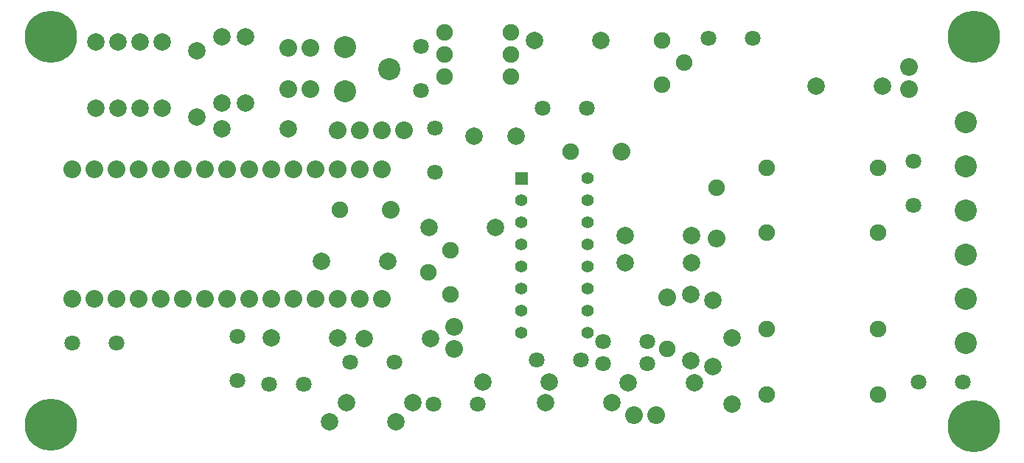
<source format=gbr>
%FSLAX34Y34*%
%MOMM*%
%LNCOPPER_TOP*%
G71*
G01*
%ADD10C, 1.90*%
%ADD11C, 2.04*%
%ADD12C, 2.54*%
%ADD13C, 2.00*%
%ADD14C, 1.80*%
%ADD15C, 2.54*%
%ADD16C, 6.00*%
%ADD17C, 1.91*%
%ADD18C, 1.40*%
%ADD19C, 2.04*%
%LPD*%
X871538Y-457588D02*
G54D10*
D03*
X871538Y-382588D02*
G54D10*
D03*
X999331Y-457588D02*
G54D10*
D03*
X999331Y-382588D02*
G54D10*
D03*
X150824Y-198401D02*
G54D11*
D03*
X176224Y-198401D02*
G54D11*
D03*
X201624Y-198401D02*
G54D11*
D03*
X74624Y-198401D02*
G54D11*
D03*
X100024Y-198401D02*
G54D11*
D03*
X125424Y-198401D02*
G54D11*
D03*
X303224Y-198401D02*
G54D11*
D03*
X328624Y-198401D02*
G54D11*
D03*
X354024Y-198401D02*
G54D11*
D03*
X227024Y-198401D02*
G54D11*
D03*
X252424Y-198401D02*
G54D11*
D03*
X277824Y-198401D02*
G54D11*
D03*
X379424Y-198401D02*
G54D11*
D03*
X404824Y-198401D02*
G54D11*
D03*
X430224Y-198401D02*
G54D11*
D03*
X150824Y-347626D02*
G54D11*
D03*
X176224Y-347626D02*
G54D11*
D03*
X201624Y-347626D02*
G54D11*
D03*
X74624Y-347626D02*
G54D11*
D03*
X100024Y-347626D02*
G54D11*
D03*
X125424Y-347626D02*
G54D11*
D03*
X303224Y-347626D02*
G54D11*
D03*
X328624Y-347626D02*
G54D11*
D03*
X354024Y-347626D02*
G54D11*
D03*
X227024Y-347626D02*
G54D11*
D03*
X252424Y-347626D02*
G54D11*
D03*
X277824Y-347626D02*
G54D11*
D03*
X379424Y-347626D02*
G54D11*
D03*
X404824Y-347626D02*
G54D11*
D03*
X430224Y-347626D02*
G54D11*
D03*
X871538Y-271850D02*
G54D10*
D03*
X871538Y-196850D02*
G54D10*
D03*
X999331Y-271850D02*
G54D10*
D03*
X999331Y-196850D02*
G54D10*
D03*
X1100188Y-347612D02*
G54D12*
D03*
X1100188Y-398412D02*
G54D12*
D03*
X409575Y-393700D02*
G54D13*
D03*
X485775Y-393700D02*
G54D13*
D03*
X303212Y-392112D02*
G54D13*
D03*
X379412Y-392112D02*
G54D13*
D03*
X369888Y-488950D02*
G54D13*
D03*
X446088Y-488950D02*
G54D13*
D03*
X246062Y-122238D02*
G54D13*
D03*
X246062Y-46038D02*
G54D13*
D03*
X217488Y-138113D02*
G54D13*
D03*
X217488Y-61912D02*
G54D13*
D03*
X347679Y-58779D02*
G54D11*
D03*
X322279Y-58779D02*
G54D11*
D03*
X347679Y-106404D02*
G54D11*
D03*
X322279Y-106404D02*
G54D11*
D03*
X263525Y-441325D02*
G54D14*
D03*
X263525Y-390525D02*
G54D14*
D03*
X300038Y-446088D02*
G54D14*
D03*
X340038Y-446088D02*
G54D14*
D03*
X177800Y-52388D02*
G54D13*
D03*
X177800Y-128588D02*
G54D13*
D03*
X152400Y-52388D02*
G54D13*
D03*
X152400Y-128588D02*
G54D13*
D03*
X127000Y-52388D02*
G54D13*
D03*
X127000Y-128588D02*
G54D13*
D03*
X101600Y-52388D02*
G54D13*
D03*
X101600Y-128588D02*
G54D13*
D03*
X322262Y-152400D02*
G54D13*
D03*
X246062Y-152400D02*
G54D13*
D03*
X387851Y-58301D02*
G54D15*
D03*
X387851Y-109101D02*
G54D15*
D03*
X438651Y-83701D02*
G54D15*
D03*
X474662Y-57150D02*
G54D14*
D03*
X474662Y-107950D02*
G54D14*
D03*
X1100188Y-246012D02*
G54D12*
D03*
X1100188Y-296812D02*
G54D12*
D03*
X393700Y-420688D02*
G54D14*
D03*
X444500Y-420688D02*
G54D14*
D03*
X49246Y-46066D02*
G54D16*
D03*
X1100188Y-144412D02*
G54D12*
D03*
X1100188Y-195212D02*
G54D12*
D03*
X604837Y-50800D02*
G54D13*
D03*
X681037Y-50800D02*
G54D13*
D03*
X577915Y-41496D02*
G54D17*
D03*
X577915Y-66896D02*
G54D17*
D03*
X501715Y-41496D02*
G54D17*
D03*
X501715Y-66896D02*
G54D17*
D03*
X501715Y-92296D02*
G54D17*
D03*
X577915Y-92296D02*
G54D17*
D03*
X1109696Y-46066D02*
G54D16*
D03*
X49246Y-492154D02*
G54D16*
D03*
X1109696Y-493741D02*
G54D16*
D03*
X74612Y-398462D02*
G54D14*
D03*
X125412Y-398462D02*
G54D14*
D03*
X751932Y-50595D02*
G54D17*
D03*
X751932Y-101396D02*
G54D17*
D03*
X777332Y-75996D02*
G54D17*
D03*
X273050Y-122238D02*
G54D13*
D03*
X273050Y-46038D02*
G54D13*
D03*
X404813Y-153988D02*
G54D11*
D03*
X430213Y-153988D02*
G54D11*
D03*
X455612Y-153988D02*
G54D11*
D03*
X379412Y-153988D02*
G54D11*
D03*
G36*
X597100Y-202013D02*
X597100Y-216013D01*
X583100Y-216013D01*
X583100Y-202013D01*
X597100Y-202013D01*
G37*
X590100Y-234414D02*
G54D18*
D03*
X590100Y-259814D02*
G54D18*
D03*
X590100Y-285213D02*
G54D18*
D03*
X590100Y-310614D02*
G54D18*
D03*
X590100Y-336014D02*
G54D18*
D03*
X590100Y-361414D02*
G54D18*
D03*
X590100Y-386814D02*
G54D18*
D03*
X666300Y-386813D02*
G54D18*
D03*
X666300Y-361414D02*
G54D18*
D03*
X666300Y-336014D02*
G54D18*
D03*
X666300Y-310614D02*
G54D18*
D03*
X666300Y-285214D02*
G54D18*
D03*
X666300Y-259813D02*
G54D18*
D03*
X666300Y-234414D02*
G54D18*
D03*
X666300Y-209013D02*
G54D18*
D03*
X584088Y-160337D02*
G54D13*
D03*
X535688Y-160337D02*
G54D13*
D03*
X665163Y-128588D02*
G54D14*
D03*
X614363Y-128588D02*
G54D14*
D03*
X490536Y-201613D02*
G54D14*
D03*
X490536Y-150812D02*
G54D14*
D03*
X539749Y-468313D02*
G54D14*
D03*
X488949Y-468313D02*
G54D14*
D03*
X465138Y-466725D02*
G54D13*
D03*
X388938Y-466725D02*
G54D13*
D03*
X658812Y-417512D02*
G54D14*
D03*
X608012Y-417512D02*
G54D14*
D03*
X684212Y-396875D02*
G54D14*
D03*
X735012Y-396875D02*
G54D14*
D03*
X735013Y-422275D02*
G54D14*
D03*
X684213Y-422275D02*
G54D14*
D03*
X831850Y-392112D02*
G54D13*
D03*
X831850Y-468312D02*
G54D13*
D03*
X712789Y-444501D02*
G54D13*
D03*
X788989Y-444501D02*
G54D13*
D03*
X785812Y-274637D02*
G54D13*
D03*
X709612Y-274637D02*
G54D13*
D03*
X785813Y-306387D02*
G54D13*
D03*
X709612Y-306387D02*
G54D13*
D03*
X784225Y-342902D02*
G54D13*
D03*
X784225Y-419102D02*
G54D13*
D03*
X809625Y-349249D02*
G54D13*
D03*
X809625Y-425449D02*
G54D13*
D03*
X719356Y-481167D02*
G54D11*
D03*
X744756Y-481167D02*
G54D11*
D03*
X622300Y-442912D02*
G54D13*
D03*
X546100Y-442912D02*
G54D13*
D03*
X508962Y-342479D02*
G54D17*
D03*
X508962Y-291679D02*
G54D17*
D03*
X483562Y-317079D02*
G54D17*
D03*
X560388Y-265112D02*
G54D13*
D03*
X484188Y-265112D02*
G54D13*
D03*
X360364Y-304800D02*
G54D13*
D03*
X436564Y-304800D02*
G54D13*
D03*
X617538Y-466724D02*
G54D13*
D03*
X693738Y-466724D02*
G54D13*
D03*
X757238Y-404813D02*
G54D17*
D03*
X757238Y-346075D02*
G54D19*
D03*
X646528Y-178158D02*
G54D17*
D03*
X705266Y-178158D02*
G54D19*
D03*
X814446Y-219848D02*
G54D17*
D03*
X814446Y-278586D02*
G54D19*
D03*
X1096963Y-442913D02*
G54D14*
D03*
X1046163Y-442913D02*
G54D14*
D03*
X1040448Y-239713D02*
G54D14*
D03*
X1040448Y-188913D02*
G54D14*
D03*
X1035050Y-106362D02*
G54D11*
D03*
X1035050Y-80962D02*
G54D11*
D03*
X1004888Y-103187D02*
G54D13*
D03*
X928687Y-103187D02*
G54D13*
D03*
X804863Y-47626D02*
G54D14*
D03*
X855663Y-47626D02*
G54D14*
D03*
X381415Y-244832D02*
G54D17*
D03*
X440153Y-244832D02*
G54D19*
D03*
X512762Y-404812D02*
G54D11*
D03*
X512762Y-379412D02*
G54D11*
D03*
M02*

</source>
